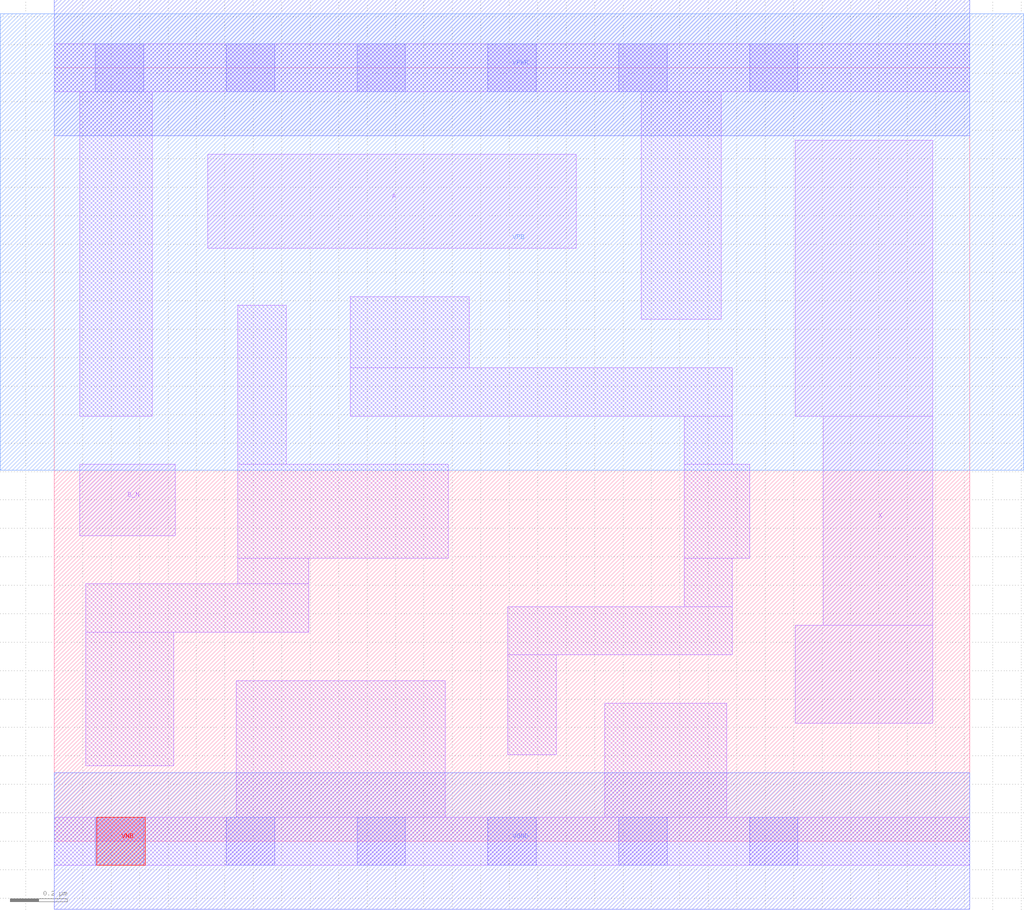
<source format=lef>
# Copyright 2020 The SkyWater PDK Authors
#
# Licensed under the Apache License, Version 2.0 (the "License");
# you may not use this file except in compliance with the License.
# You may obtain a copy of the License at
#
#     https://www.apache.org/licenses/LICENSE-2.0
#
# Unless required by applicable law or agreed to in writing, software
# distributed under the License is distributed on an "AS IS" BASIS,
# WITHOUT WARRANTIES OR CONDITIONS OF ANY KIND, either express or implied.
# See the License for the specific language governing permissions and
# limitations under the License.
#
# SPDX-License-Identifier: Apache-2.0

VERSION 5.7 ;
  NOWIREEXTENSIONATPIN ON ;
  DIVIDERCHAR "/" ;
  BUSBITCHARS "[]" ;
PROPERTYDEFINITIONS
  MACRO maskLayoutSubType STRING ;
  MACRO prCellType STRING ;
  MACRO originalViewName STRING ;
END PROPERTYDEFINITIONS
MACRO sky130_fd_sc_hdll__or2b_1
  CLASS CORE ;
  FOREIGN sky130_fd_sc_hdll__or2b_1 ;
  ORIGIN  0.000000  0.000000 ;
  SIZE  3.220000 BY  2.720000 ;
  SYMMETRY X Y R90 ;
  SITE unithd ;
  PIN A
    ANTENNAGATEAREA  0.138600 ;
    DIRECTION INPUT ;
    USE SIGNAL ;
    PORT
      LAYER li1 ;
        RECT 0.540000 2.085000 1.835000 2.415000 ;
    END
  END A
  PIN B_N
    ANTENNAGATEAREA  0.138600 ;
    DIRECTION INPUT ;
    USE SIGNAL ;
    PORT
      LAYER li1 ;
        RECT 0.090000 1.075000 0.425000 1.325000 ;
    END
  END B_N
  PIN VNB
    PORT
      LAYER pwell ;
        RECT 0.150000 -0.085000 0.320000 0.085000 ;
    END
  END VNB
  PIN VPB
    PORT
      LAYER nwell ;
        RECT -0.190000 1.305000 3.410000 2.910000 ;
    END
  END VPB
  PIN X
    ANTENNADIFFAREA  0.455500 ;
    DIRECTION OUTPUT ;
    USE SIGNAL ;
    PORT
      LAYER li1 ;
        RECT 2.605000 0.415000 3.090000 0.760000 ;
        RECT 2.605000 1.495000 3.090000 2.465000 ;
        RECT 2.705000 0.760000 3.090000 1.495000 ;
    END
  END X
  PIN VGND
    DIRECTION INOUT ;
    USE GROUND ;
    PORT
      LAYER met1 ;
        RECT 0.000000 -0.240000 3.220000 0.240000 ;
    END
  END VGND
  PIN VPWR
    DIRECTION INOUT ;
    USE POWER ;
    PORT
      LAYER met1 ;
        RECT 0.000000 2.480000 3.220000 2.960000 ;
    END
  END VPWR
  OBS
    LAYER li1 ;
      RECT 0.000000 -0.085000 3.220000 0.085000 ;
      RECT 0.000000  2.635000 3.220000 2.805000 ;
      RECT 0.090000  1.495000 0.345000 2.635000 ;
      RECT 0.110000  0.265000 0.420000 0.735000 ;
      RECT 0.110000  0.735000 0.895000 0.905000 ;
      RECT 0.640000  0.085000 1.375000 0.565000 ;
      RECT 0.645000  0.905000 0.895000 0.995000 ;
      RECT 0.645000  0.995000 1.385000 1.325000 ;
      RECT 0.645000  1.325000 0.815000 1.885000 ;
      RECT 1.040000  1.495000 2.385000 1.665000 ;
      RECT 1.040000  1.665000 1.460000 1.915000 ;
      RECT 1.595000  0.305000 1.765000 0.655000 ;
      RECT 1.595000  0.655000 2.385000 0.825000 ;
      RECT 1.935000  0.085000 2.365000 0.485000 ;
      RECT 2.065000  1.835000 2.345000 2.635000 ;
      RECT 2.215000  0.825000 2.385000 0.995000 ;
      RECT 2.215000  0.995000 2.445000 1.325000 ;
      RECT 2.215000  1.325000 2.385000 1.495000 ;
    LAYER mcon ;
      RECT 0.145000 -0.085000 0.315000 0.085000 ;
      RECT 0.145000  2.635000 0.315000 2.805000 ;
      RECT 0.605000 -0.085000 0.775000 0.085000 ;
      RECT 0.605000  2.635000 0.775000 2.805000 ;
      RECT 1.065000 -0.085000 1.235000 0.085000 ;
      RECT 1.065000  2.635000 1.235000 2.805000 ;
      RECT 1.525000 -0.085000 1.695000 0.085000 ;
      RECT 1.525000  2.635000 1.695000 2.805000 ;
      RECT 1.985000 -0.085000 2.155000 0.085000 ;
      RECT 1.985000  2.635000 2.155000 2.805000 ;
      RECT 2.445000 -0.085000 2.615000 0.085000 ;
      RECT 2.445000  2.635000 2.615000 2.805000 ;
  END
  PROPERTY maskLayoutSubType "abstract" ;
  PROPERTY prCellType "standard" ;
  PROPERTY originalViewName "layout" ;
END sky130_fd_sc_hdll__or2b_1
END LIBRARY

</source>
